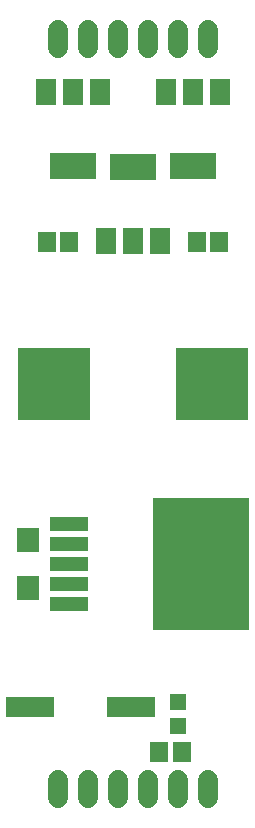
<source format=gts>
G75*
G70*
%OFA0B0*%
%FSLAX24Y24*%
%IPPOS*%
%LPD*%
%AMOC8*
5,1,8,0,0,1.08239X$1,22.5*
%
%ADD10R,0.1261X0.0474*%
%ADD11R,0.3230X0.4411*%
%ADD12R,0.0749X0.0789*%
%ADD13R,0.1615X0.0710*%
%ADD14R,0.2442X0.2442*%
%ADD15R,0.0671X0.0867*%
%ADD16R,0.1576X0.0867*%
%ADD17C,0.0680*%
%ADD18R,0.0592X0.0671*%
%ADD19R,0.0552X0.0552*%
%ADD20R,0.0592X0.0710*%
D10*
X004477Y008063D03*
X004477Y008732D03*
X004477Y009401D03*
X004477Y010070D03*
X004477Y010740D03*
D11*
X008877Y009401D03*
D12*
X003127Y008594D03*
X003127Y010208D03*
D13*
X003203Y004651D03*
X006550Y004651D03*
D14*
X004009Y015401D03*
X009245Y015401D03*
D15*
X007532Y020161D03*
X006627Y020161D03*
X005721Y020161D03*
X005532Y025141D03*
X004627Y025141D03*
X003721Y025141D03*
X007721Y025141D03*
X008627Y025141D03*
X009532Y025141D03*
D16*
X008627Y022661D03*
X006627Y022641D03*
X004627Y022661D03*
D17*
X005127Y026601D02*
X005127Y027201D01*
X006127Y027201D02*
X006127Y026601D01*
X007127Y026601D02*
X007127Y027201D01*
X008127Y027201D02*
X008127Y026601D01*
X009127Y026601D02*
X009127Y027201D01*
X004127Y027201D02*
X004127Y026601D01*
X004127Y002201D02*
X004127Y001601D01*
X005127Y001601D02*
X005127Y002201D01*
X006127Y002201D02*
X006127Y001601D01*
X007127Y001601D02*
X007127Y002201D01*
X008127Y002201D02*
X008127Y001601D01*
X009127Y001601D02*
X009127Y002201D01*
D18*
X009501Y020151D03*
X008753Y020151D03*
X004501Y020151D03*
X003753Y020151D03*
D19*
X008127Y004815D03*
X008127Y003988D03*
D20*
X008251Y003151D03*
X007503Y003151D03*
M02*

</source>
